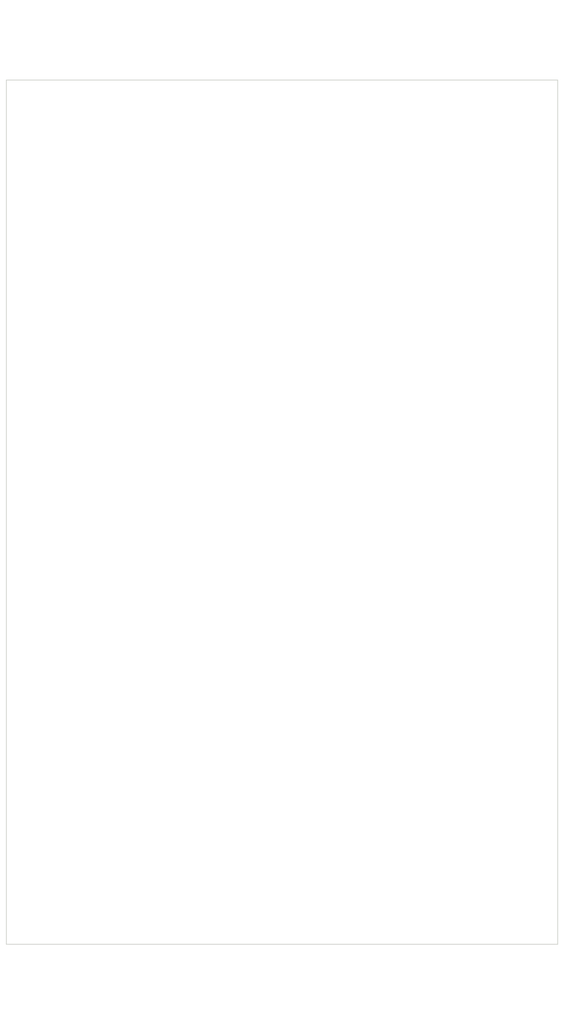
<source format=kicad_pcb>
(kicad_pcb (version 20211014) (generator pcbnew)

  (general
    (thickness 1.6)
  )

  (paper "A4")
  (layers
    (0 "F.Cu" signal)
    (31 "B.Cu" signal)
    (32 "B.Adhes" user "B.Adhesive")
    (33 "F.Adhes" user "F.Adhesive")
    (34 "B.Paste" user)
    (35 "F.Paste" user)
    (36 "B.SilkS" user "B.Silkscreen")
    (37 "F.SilkS" user "F.Silkscreen")
    (38 "B.Mask" user)
    (39 "F.Mask" user)
    (40 "Dwgs.User" user "User.Drawings")
    (41 "Cmts.User" user "User.Comments")
    (42 "Eco1.User" user "User.Eco1")
    (43 "Eco2.User" user "User.Eco2")
    (44 "Edge.Cuts" user)
    (45 "Margin" user)
    (46 "B.CrtYd" user "B.Courtyard")
    (47 "F.CrtYd" user "F.Courtyard")
    (48 "B.Fab" user)
    (49 "F.Fab" user)
    (50 "User.1" user)
    (51 "User.2" user)
    (52 "User.3" user)
    (53 "User.4" user)
    (54 "User.5" user)
    (55 "User.6" user)
    (56 "User.7" user)
    (57 "User.8" user)
    (58 "User.9" user)
  )

  (setup
    (pad_to_mask_clearance 0)
    (pcbplotparams
      (layerselection 0x00010fc_ffffffff)
      (disableapertmacros false)
      (usegerberextensions false)
      (usegerberattributes true)
      (usegerberadvancedattributes true)
      (creategerberjobfile true)
      (svguseinch false)
      (svgprecision 6)
      (excludeedgelayer true)
      (plotframeref false)
      (viasonmask false)
      (mode 1)
      (useauxorigin false)
      (hpglpennumber 1)
      (hpglpenspeed 20)
      (hpglpendiameter 15.000000)
      (dxfpolygonmode true)
      (dxfimperialunits true)
      (dxfusepcbnewfont true)
      (psnegative false)
      (psa4output false)
      (plotreference true)
      (plotvalue true)
      (plotinvisibletext false)
      (sketchpadsonfab false)
      (subtractmaskfromsilk false)
      (outputformat 1)
      (mirror false)
      (drillshape 1)
      (scaleselection 1)
      (outputdirectory "")
    )
  )

  (net 0 "")

  (gr_line (start 0.75 10) (end 0.75 118.5) (layer "Edge.Cuts") (width 0.1) (tstamp 1a09a7cb-78f5-4989-9bdf-8b4c4a8beb1d))
  (gr_line (start 70.05 118.5) (end 70.05 10) (layer "Edge.Cuts") (width 0.1) (tstamp 2aef071e-f380-49c0-b1ba-860b2a4bd684))
  (gr_line (start 0.75 118.5) (end 70.05 118.5) (layer "Edge.Cuts") (width 0.1) (tstamp 347e4106-0ad8-4579-9925-c65107fafee2))
  (gr_line (start 0.75 10) (end 70.05 10) (layer "Edge.Cuts") (width 0.1) (tstamp c8cb28f7-4e0d-49a3-8b9b-fcff4adac1d4))
  (gr_line (start 70.8 0) (end 70.8 128.5) (layer "User.1") (width 0.1) (tstamp 14be568d-2e52-4aed-b81b-dddc75cbdd07))
  (gr_line (start 0 128.5) (end 0 0) (layer "User.1") (width 0.1) (tstamp 159574a9-ecec-48bb-adb0-3dc9e65d4e79))
  (gr_line (start 0 0) (end 70.8 0) (layer "User.1") (width 0.1) (tstamp 7a879184-fad8-4feb-afb5-86fe8d34f1f7))
  (gr_line (start 70.8 128.5) (end 0 128.5) (layer "User.1") (width 0.1) (tstamp bc3f6e1f-c81e-4889-865a-0e223a5a22e2))

)

</source>
